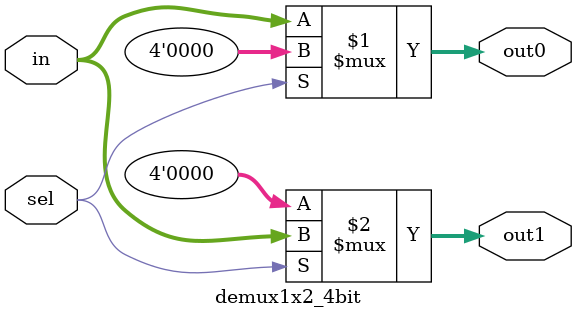
<source format=v>
module demux1x2_4bit (
    input  wire [3:0] in,
    input  wire       sel,
    output wire [3:0] out0,
    output wire [3:0] out1
);

    assign out0 = sel ? 4'b0000 : in;
    assign out1 = sel ? in       : 4'b0000;

endmodule

</source>
